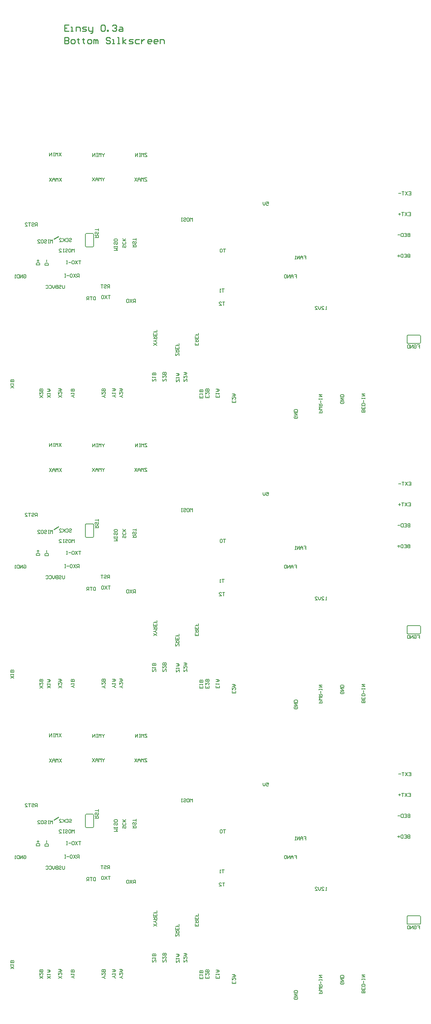
<source format=gbo>
G04 Layer_Color=32896*
%FSLAX24Y24*%
%MOIN*%
G70*
G01*
G75*
%ADD12C,0.0100*%
%ADD138C,0.0060*%
G54D12*
X18600Y107200D02*
X18200D01*
Y106600D01*
X18600D01*
X18200Y106900D02*
X18400D01*
X18800Y106600D02*
X19000D01*
X18900D01*
Y107000D01*
X18800D01*
X19300Y106600D02*
Y107000D01*
X19600D01*
X19700Y106900D01*
Y106600D01*
X19899D02*
X20199D01*
X20299Y106700D01*
X20199Y106800D01*
X19999D01*
X19899Y106900D01*
X19999Y107000D01*
X20299D01*
X20499D02*
Y106700D01*
X20599Y106600D01*
X20899D01*
Y106500D01*
X20799Y106400D01*
X20699D01*
X20899Y106600D02*
Y107000D01*
X21699Y107100D02*
X21799Y107200D01*
X21999D01*
X22099Y107100D01*
Y106700D01*
X21999Y106600D01*
X21799D01*
X21699Y106700D01*
Y107100D01*
X22299Y106600D02*
Y106700D01*
X22399D01*
Y106600D01*
X22299D01*
X22799Y107100D02*
X22898Y107200D01*
X23098D01*
X23198Y107100D01*
Y107000D01*
X23098Y106900D01*
X22998D01*
X23098D01*
X23198Y106800D01*
Y106700D01*
X23098Y106600D01*
X22898D01*
X22799Y106700D01*
X23498Y107000D02*
X23698D01*
X23798Y106900D01*
Y106600D01*
X23498D01*
X23398Y106700D01*
X23498Y106800D01*
X23798D01*
X18200Y106000D02*
Y105400D01*
X18500D01*
X18600Y105500D01*
Y105600D01*
X18500Y105700D01*
X18200D01*
X18500D01*
X18600Y105800D01*
Y105900D01*
X18500Y106000D01*
X18200D01*
X18900Y105400D02*
X19100D01*
X19200Y105500D01*
Y105700D01*
X19100Y105800D01*
X18900D01*
X18800Y105700D01*
Y105500D01*
X18900Y105400D01*
X19500Y105900D02*
Y105800D01*
X19400D01*
X19600D01*
X19500D01*
Y105500D01*
X19600Y105400D01*
X19999Y105900D02*
Y105800D01*
X19899D01*
X20099D01*
X19999D01*
Y105500D01*
X20099Y105400D01*
X20499D02*
X20699D01*
X20799Y105500D01*
Y105700D01*
X20699Y105800D01*
X20499D01*
X20399Y105700D01*
Y105500D01*
X20499Y105400D01*
X20999D02*
Y105800D01*
X21099D01*
X21199Y105700D01*
Y105400D01*
Y105700D01*
X21299Y105800D01*
X21399Y105700D01*
Y105400D01*
X22599Y105900D02*
X22499Y106000D01*
X22299D01*
X22199Y105900D01*
Y105800D01*
X22299Y105700D01*
X22499D01*
X22599Y105600D01*
Y105500D01*
X22499Y105400D01*
X22299D01*
X22199Y105500D01*
X22799Y105400D02*
X22998D01*
X22898D01*
Y105800D01*
X22799D01*
X23298Y105400D02*
X23498D01*
X23398D01*
Y106000D01*
X23298D01*
X23798Y105400D02*
Y106000D01*
Y105600D02*
X24098Y105800D01*
X23798Y105600D02*
X24098Y105400D01*
X24398D02*
X24698D01*
X24798Y105500D01*
X24698Y105600D01*
X24498D01*
X24398Y105700D01*
X24498Y105800D01*
X24798D01*
X25398D02*
X25098D01*
X24998Y105700D01*
Y105500D01*
X25098Y105400D01*
X25398D01*
X25598Y105800D02*
Y105400D01*
Y105600D01*
X25698Y105700D01*
X25798Y105800D01*
X25898D01*
X26497Y105400D02*
X26297D01*
X26197Y105500D01*
Y105700D01*
X26297Y105800D01*
X26497D01*
X26597Y105700D01*
Y105600D01*
X26197D01*
X27097Y105400D02*
X26897D01*
X26797Y105500D01*
Y105700D01*
X26897Y105800D01*
X27097D01*
X27197Y105700D01*
Y105600D01*
X26797D01*
X27397Y105400D02*
Y105800D01*
X27697D01*
X27797Y105700D01*
Y105400D01*
X17169Y30559D02*
X17599Y30819D01*
X17169Y58551D02*
X17599Y58811D01*
X17169Y86543D02*
X17599Y86803D01*
G54D138*
X51329Y21309D02*
X51258Y21279D01*
X51228Y21209D01*
X52529D02*
X52499Y21279D01*
X52428Y21309D01*
Y20508D02*
X52499Y20538D01*
X52529Y20608D01*
X51228D02*
X51258Y20538D01*
X51329Y20508D01*
X20200Y29913D02*
X20230Y29842D01*
X20300Y29813D01*
Y31113D02*
X20230Y31083D01*
X20200Y31013D01*
X21000D02*
X20971Y31083D01*
X20900Y31113D01*
Y29813D02*
X20971Y29842D01*
X21000Y29913D01*
X51329Y20508D02*
X52428D01*
X51228Y20608D02*
Y21209D01*
X52529Y20608D02*
Y21209D01*
X51329Y21309D02*
X52428D01*
X21000Y29913D02*
Y31013D01*
X20300Y29813D02*
X20900D01*
X20300Y31113D02*
X20900D01*
X20200Y29913D02*
Y31013D01*
X27108Y20319D02*
X26788Y20532D01*
X27108D02*
X26788Y20319D01*
X27108Y20638D02*
X27055D01*
X26948Y20745D01*
X27055Y20852D01*
X27108D01*
X26948Y20745D02*
X26788D01*
Y20958D02*
X27108D01*
Y21118D01*
X27055Y21172D01*
X26948D01*
X26895Y21118D01*
Y20958D01*
Y21065D02*
X26788Y21172D01*
X27108Y21491D02*
Y21278D01*
X26788D01*
Y21491D01*
X26948Y21278D02*
Y21385D01*
X27108Y21811D02*
Y21598D01*
X26948D01*
Y21705D01*
Y21598D01*
X26788D01*
X29238Y19339D02*
Y19552D01*
X29185D01*
X28972Y19339D01*
X28918D01*
Y19552D01*
Y19658D02*
X29238D01*
Y19818D01*
X29185Y19872D01*
X29078D01*
X29025Y19818D01*
Y19658D01*
Y19765D02*
X28918Y19872D01*
X29238Y20192D02*
Y19978D01*
X28918D01*
Y20192D01*
X29078Y19978D02*
Y20085D01*
X29238Y20511D02*
Y20298D01*
X29078D01*
Y20405D01*
Y20298D01*
X28918D01*
X31118Y20552D02*
Y20338D01*
X30798D01*
Y20552D01*
X30958Y20338D02*
Y20445D01*
X30798Y20658D02*
X31118D01*
Y20818D01*
X31065Y20872D01*
X30958D01*
X30905Y20818D01*
Y20658D01*
Y20765D02*
X30798Y20872D01*
X31118Y21192D02*
Y20978D01*
X30798D01*
Y21192D01*
X30958Y20978D02*
Y21085D01*
X31118Y21511D02*
Y21298D01*
X30958D01*
Y21405D01*
Y21298D01*
X30798D01*
X16118Y15279D02*
X15798Y15492D01*
X16118D02*
X15798Y15279D01*
Y15812D02*
Y15598D01*
X16012Y15812D01*
X16065D01*
X16118Y15758D01*
Y15652D01*
X16065Y15598D01*
X16118Y15918D02*
X15798D01*
Y16078D01*
X15852Y16132D01*
X15905D01*
X15958Y16078D01*
Y15918D01*
Y16078D01*
X16012Y16132D01*
X16065D01*
X16118Y16078D01*
Y15918D01*
X19148Y15318D02*
X19095D01*
X18988Y15425D01*
X19095Y15532D01*
X19148D01*
X18988Y15425D02*
X18829D01*
Y15638D02*
Y15745D01*
Y15692D01*
X19148D01*
X19095Y15638D01*
X19148Y15905D02*
X18829D01*
Y16065D01*
X18882Y16118D01*
X18935D01*
X18988Y16065D01*
Y15905D01*
Y16065D01*
X19042Y16118D01*
X19095D01*
X19148Y16065D01*
Y15905D01*
X23138Y15338D02*
X23085D01*
X22978Y15445D01*
X23085Y15552D01*
X23138D01*
X22978Y15445D02*
X22819D01*
Y15658D02*
Y15765D01*
Y15712D01*
X23138D01*
X23085Y15658D01*
X22819Y15925D02*
X23032D01*
X23138Y16032D01*
X23032Y16138D01*
X22819D01*
X22978D01*
Y15925D01*
X23818Y15299D02*
X23765D01*
X23658Y15405D01*
X23765Y15512D01*
X23818D01*
X23658Y15405D02*
X23498D01*
Y15832D02*
Y15618D01*
X23712Y15832D01*
X23765D01*
X23818Y15778D01*
Y15672D01*
X23765Y15618D01*
X23498Y15938D02*
X23712D01*
X23818Y16045D01*
X23712Y16152D01*
X23498D01*
X23658D01*
Y15938D01*
X22138Y15299D02*
X22085D01*
X21978Y15405D01*
X22085Y15512D01*
X22138D01*
X21978Y15405D02*
X21818D01*
Y15832D02*
Y15618D01*
X22032Y15832D01*
X22085D01*
X22138Y15778D01*
Y15672D01*
X22085Y15618D01*
X22138Y15938D02*
X21818D01*
Y16098D01*
X21872Y16152D01*
X21925D01*
X21978Y16098D01*
Y15938D01*
Y16098D01*
X22032Y16152D01*
X22085D01*
X22138Y16098D01*
Y15938D01*
X26998Y16868D02*
Y17082D01*
X26945D01*
X26732Y16868D01*
X26679D01*
Y17082D01*
Y17188D02*
Y17295D01*
Y17242D01*
X26998D01*
X26945Y17188D01*
X26998Y17455D02*
X26679D01*
Y17615D01*
X26732Y17668D01*
X26785D01*
X26838Y17615D01*
Y17455D01*
Y17615D01*
X26892Y17668D01*
X26945D01*
X26998Y17615D01*
Y17455D01*
X29288Y16818D02*
Y17032D01*
X29235D01*
X29022Y16818D01*
X28969D01*
Y17032D01*
Y17138D02*
Y17245D01*
Y17192D01*
X29288D01*
X29235Y17138D01*
X28969Y17405D02*
X29182D01*
X29288Y17512D01*
X29182Y17618D01*
X28969D01*
X29128D01*
Y17405D01*
X30018Y16848D02*
Y17062D01*
X29965D01*
X29752Y16848D01*
X29699D01*
Y17062D01*
Y17382D02*
Y17168D01*
X29912Y17382D01*
X29965D01*
X30018Y17328D01*
Y17222D01*
X29965Y17168D01*
X29699Y17488D02*
X29912D01*
X30018Y17595D01*
X29912Y17702D01*
X29699D01*
X29858D01*
Y17488D01*
X28008Y16868D02*
Y17082D01*
X27955D01*
X27742Y16868D01*
X27689D01*
Y17082D01*
Y17402D02*
Y17188D01*
X27902Y17402D01*
X27955D01*
X28008Y17348D01*
Y17242D01*
X27955Y17188D01*
X28008Y17508D02*
X27689D01*
Y17668D01*
X27742Y17722D01*
X27795D01*
X27848Y17668D01*
Y17508D01*
Y17668D01*
X27902Y17722D01*
X27955D01*
X28008Y17668D01*
Y17508D01*
X32128Y15492D02*
Y15279D01*
X31809D01*
Y15492D01*
X31968Y15279D02*
Y15385D01*
X31809Y15812D02*
Y15598D01*
X32022Y15812D01*
X32075D01*
X32128Y15758D01*
Y15652D01*
X32075Y15598D01*
X32128Y15918D02*
X31809D01*
Y16078D01*
X31862Y16132D01*
X31915D01*
X31968Y16078D01*
Y15918D01*
Y16078D01*
X32022Y16132D01*
X32075D01*
X32128Y16078D01*
Y15918D01*
X34698Y15002D02*
Y14789D01*
X34378D01*
Y15002D01*
X34538Y14789D02*
Y14895D01*
X34378Y15322D02*
Y15108D01*
X34592Y15322D01*
X34645D01*
X34698Y15268D01*
Y15162D01*
X34645Y15108D01*
X34378Y15428D02*
X34592D01*
X34698Y15535D01*
X34592Y15642D01*
X34378D01*
X34538D01*
Y15428D01*
X33128Y15512D02*
Y15299D01*
X32808D01*
Y15512D01*
X32968Y15299D02*
Y15405D01*
X32808Y15618D02*
Y15725D01*
Y15672D01*
X33128D01*
X33075Y15618D01*
X32808Y15885D02*
X33022D01*
X33128Y15992D01*
X33022Y16098D01*
X32808D01*
X32968D01*
Y15885D01*
X31548Y15462D02*
Y15249D01*
X31228D01*
Y15462D01*
X31388Y15249D02*
Y15355D01*
X31228Y15568D02*
Y15675D01*
Y15622D01*
X31548D01*
X31495Y15568D01*
X31548Y15835D02*
X31228D01*
Y15995D01*
X31282Y16048D01*
X31335D01*
X31388Y15995D01*
Y15835D01*
Y15995D01*
X31442Y16048D01*
X31495D01*
X31548Y15995D01*
Y15835D01*
X52225Y20368D02*
X52439D01*
Y20208D01*
X52332D01*
X52439D01*
Y20048D01*
X51905Y20315D02*
X51959Y20368D01*
X52065D01*
X52119Y20315D01*
Y20102D01*
X52065Y20048D01*
X51959D01*
X51905Y20102D01*
Y20208D01*
X52012D01*
X51799Y20048D02*
Y20368D01*
X51585Y20048D01*
Y20368D01*
X51479D02*
Y20048D01*
X51319D01*
X51266Y20102D01*
Y20315D01*
X51319Y20368D01*
X51479D01*
X40625Y13482D02*
X40678Y13428D01*
Y13322D01*
X40625Y13269D01*
X40412D01*
X40359Y13322D01*
Y13428D01*
X40412Y13482D01*
X40518D01*
Y13375D01*
X40359Y13588D02*
X40678D01*
X40359Y13802D01*
X40678D01*
Y13908D02*
X40359D01*
Y14068D01*
X40412Y14122D01*
X40625D01*
X40678Y14068D01*
Y13908D01*
X42738Y13819D02*
X43058D01*
Y13978D01*
X43005Y14032D01*
X42898D01*
X42845Y13978D01*
Y13819D01*
X43058Y14138D02*
X42738D01*
X42845Y14245D01*
X42738Y14352D01*
X43058D01*
X42738Y14458D02*
X43058D01*
Y14618D01*
X43005Y14672D01*
X42898D01*
X42845Y14618D01*
Y14458D01*
Y14565D02*
X42738Y14672D01*
X42898Y14778D02*
Y14991D01*
X43058Y15098D02*
Y15205D01*
Y15151D01*
X42738D01*
Y15098D01*
Y15205D01*
Y15365D02*
X43058D01*
X42738Y15578D01*
X43058D01*
X45085Y14932D02*
X45138Y14878D01*
Y14772D01*
X45085Y14719D01*
X44872D01*
X44819Y14772D01*
Y14878D01*
X44872Y14932D01*
X44978D01*
Y14825D01*
X44819Y15038D02*
X45138D01*
X44819Y15252D01*
X45138D01*
Y15358D02*
X44819D01*
Y15518D01*
X44872Y15572D01*
X45085D01*
X45138Y15518D01*
Y15358D01*
X47188Y13879D02*
X46869D01*
Y14038D01*
X46922Y14092D01*
X46975D01*
X47028Y14038D01*
Y13879D01*
Y14038D01*
X47082Y14092D01*
X47135D01*
X47188Y14038D01*
Y13879D01*
Y14412D02*
Y14198D01*
X46869D01*
Y14412D01*
X47028Y14198D02*
Y14305D01*
X47188Y14518D02*
X46869D01*
Y14678D01*
X46922Y14732D01*
X47135D01*
X47188Y14678D01*
Y14518D01*
X47028Y14838D02*
Y15051D01*
X47188Y15158D02*
Y15265D01*
Y15211D01*
X46869D01*
Y15158D01*
Y15265D01*
Y15425D02*
X47188D01*
X46869Y15638D01*
X47188D01*
X43488Y23758D02*
X43382D01*
X43435D01*
Y24078D01*
X43488Y24025D01*
X43009Y23758D02*
X43222D01*
X43009Y23972D01*
Y24025D01*
X43062Y24078D01*
X43169D01*
X43222Y24025D01*
X42902Y24078D02*
Y23865D01*
X42795Y23758D01*
X42689Y23865D01*
Y24078D01*
X42369Y23758D02*
X42582D01*
X42369Y23972D01*
Y24025D01*
X42422Y24078D01*
X42529D01*
X42582Y24025D01*
X40365Y27138D02*
X40578D01*
Y26978D01*
X40472D01*
X40578D01*
Y26818D01*
X40259D02*
Y27032D01*
X40152Y27138D01*
X40045Y27032D01*
Y26818D01*
Y26978D01*
X40259D01*
X39939Y26818D02*
Y27138D01*
X39725Y26818D01*
Y27138D01*
X39619Y27085D02*
X39565Y27138D01*
X39459D01*
X39406Y27085D01*
Y26872D01*
X39459Y26818D01*
X39565D01*
X39619Y26872D01*
Y27085D01*
X41275Y28948D02*
X41488D01*
Y28788D01*
X41382D01*
X41488D01*
Y28628D01*
X41169D02*
Y28842D01*
X41062Y28948D01*
X40955Y28842D01*
Y28628D01*
Y28788D01*
X41169D01*
X40849Y28628D02*
Y28948D01*
X40635Y28628D01*
Y28948D01*
X40529Y28628D02*
X40422D01*
X40476D01*
Y28948D01*
X40529Y28895D01*
X33728Y29618D02*
X33515D01*
X33622D01*
Y29299D01*
X33409Y29565D02*
X33355Y29618D01*
X33249D01*
X33195Y29565D01*
Y29352D01*
X33249Y29299D01*
X33355D01*
X33409Y29352D01*
Y29565D01*
X33598Y25768D02*
X33385D01*
X33492D01*
Y25449D01*
X33279D02*
X33172D01*
X33225D01*
Y25768D01*
X33279Y25715D01*
X33658Y24498D02*
X33445D01*
X33552D01*
Y24179D01*
X33125D02*
X33339D01*
X33125Y24392D01*
Y24445D01*
X33179Y24498D01*
X33285D01*
X33339Y24445D01*
X25038Y24439D02*
Y24758D01*
X24879D01*
X24825Y24705D01*
Y24598D01*
X24879Y24545D01*
X25038D01*
X24932D02*
X24825Y24439D01*
X24719Y24758D02*
X24505Y24439D01*
Y24758D02*
X24719Y24439D01*
X24399Y24705D02*
X24345Y24758D01*
X24239D01*
X24185Y24705D01*
Y24492D01*
X24239Y24439D01*
X24345D01*
X24399Y24492D01*
Y24705D01*
X22619Y25128D02*
X22405D01*
X22512D01*
Y24808D01*
X22299Y25128D02*
X22085Y24808D01*
Y25128D02*
X22299Y24808D01*
X21979Y25075D02*
X21925Y25128D01*
X21819D01*
X21765Y25075D01*
Y24862D01*
X21819Y24808D01*
X21925D01*
X21979Y24862D01*
Y25075D01*
X22548Y25849D02*
Y26168D01*
X22389D01*
X22335Y26115D01*
Y26008D01*
X22389Y25955D01*
X22548D01*
X22442D02*
X22335Y25849D01*
X22015Y26115D02*
X22069Y26168D01*
X22175D01*
X22229Y26115D01*
Y26062D01*
X22175Y26008D01*
X22069D01*
X22015Y25955D01*
Y25902D01*
X22069Y25849D01*
X22175D01*
X22229Y25902D01*
X21909Y26168D02*
X21695D01*
X21802D01*
Y25849D01*
X21188Y25008D02*
Y24688D01*
X21029D01*
X20975Y24742D01*
Y24955D01*
X21029Y25008D01*
X21188D01*
X20869D02*
X20655D01*
X20762D01*
Y24688D01*
X20549D02*
Y25008D01*
X20389D01*
X20335Y24955D01*
Y24848D01*
X20389Y24795D01*
X20549D01*
X20442D02*
X20335Y24688D01*
X19598Y26869D02*
Y27188D01*
X19439D01*
X19385Y27135D01*
Y27028D01*
X19439Y26975D01*
X19598D01*
X19492D02*
X19385Y26869D01*
X19279Y27188D02*
X19065Y26869D01*
Y27188D02*
X19279Y26869D01*
X18959Y27135D02*
X18905Y27188D01*
X18799D01*
X18745Y27135D01*
Y26922D01*
X18799Y26869D01*
X18905D01*
X18959Y26922D01*
Y27135D01*
X18639Y27028D02*
X18426D01*
X18319Y27188D02*
X18212D01*
X18266D01*
Y26869D01*
X18319D01*
X18212D01*
X19769Y28478D02*
X19555D01*
X19662D01*
Y28159D01*
X19449Y28478D02*
X19235Y28159D01*
Y28478D02*
X19449Y28159D01*
X19129Y28425D02*
X19075Y28478D01*
X18969D01*
X18915Y28425D01*
Y28212D01*
X18969Y28159D01*
X19075D01*
X19129Y28212D01*
Y28425D01*
X18809Y28318D02*
X18596D01*
X18489Y28478D02*
X18382D01*
X18436D01*
Y28159D01*
X18489D01*
X18382D01*
X19129Y29288D02*
Y29608D01*
X19022Y29502D01*
X18915Y29608D01*
Y29288D01*
X18649Y29608D02*
X18755D01*
X18809Y29555D01*
Y29342D01*
X18755Y29288D01*
X18649D01*
X18595Y29342D01*
Y29555D01*
X18649Y29608D01*
X18275Y29555D02*
X18329Y29608D01*
X18435D01*
X18489Y29555D01*
Y29502D01*
X18435Y29448D01*
X18329D01*
X18275Y29395D01*
Y29342D01*
X18329Y29288D01*
X18435D01*
X18489Y29342D01*
X18169Y29608D02*
X18062D01*
X18116D01*
Y29288D01*
X18169D01*
X18062D01*
X17689D02*
X17902D01*
X17689Y29502D01*
Y29555D01*
X17742Y29608D01*
X17849D01*
X17902Y29555D01*
X18655Y30575D02*
X18709Y30628D01*
X18815D01*
X18868Y30575D01*
Y30522D01*
X18815Y30468D01*
X18709D01*
X18655Y30415D01*
Y30362D01*
X18709Y30308D01*
X18815D01*
X18868Y30362D01*
X18335Y30575D02*
X18389Y30628D01*
X18495D01*
X18549Y30575D01*
Y30362D01*
X18495Y30308D01*
X18389D01*
X18335Y30362D01*
X18229Y30628D02*
Y30308D01*
Y30415D01*
X18015Y30628D01*
X18175Y30468D01*
X18015Y30308D01*
X17696D02*
X17909D01*
X17696Y30522D01*
Y30575D01*
X17749Y30628D01*
X17855D01*
X17909Y30575D01*
X17059Y30178D02*
Y30498D01*
X16952Y30392D01*
X16845Y30498D01*
Y30178D01*
X16739Y30498D02*
X16632D01*
X16685D01*
Y30178D01*
X16739D01*
X16632D01*
X16259Y30445D02*
X16312Y30498D01*
X16419D01*
X16472Y30445D01*
Y30392D01*
X16419Y30338D01*
X16312D01*
X16259Y30285D01*
Y30232D01*
X16312Y30178D01*
X16419D01*
X16472Y30232D01*
X15992Y30498D02*
X16099D01*
X16152Y30445D01*
Y30232D01*
X16099Y30178D01*
X15992D01*
X15939Y30232D01*
Y30445D01*
X15992Y30498D01*
X15619Y30178D02*
X15832D01*
X15619Y30392D01*
Y30445D01*
X15672Y30498D01*
X15779D01*
X15832Y30445D01*
X21149Y30719D02*
X21468D01*
Y30878D01*
X21415Y30932D01*
X21308D01*
X21255Y30878D01*
Y30719D01*
Y30825D02*
X21149Y30932D01*
X21415Y31252D02*
X21468Y31198D01*
Y31092D01*
X21415Y31038D01*
X21362D01*
X21308Y31092D01*
Y31198D01*
X21255Y31252D01*
X21202D01*
X21149Y31198D01*
Y31092D01*
X21202Y31038D01*
X21468Y31358D02*
Y31572D01*
Y31465D01*
X21149D01*
X15568Y31818D02*
Y32138D01*
X15409D01*
X15355Y32085D01*
Y31978D01*
X15409Y31925D01*
X15568D01*
X15462D02*
X15355Y31818D01*
X15035Y32085D02*
X15089Y32138D01*
X15195D01*
X15249Y32085D01*
Y32032D01*
X15195Y31978D01*
X15089D01*
X15035Y31925D01*
Y31872D01*
X15089Y31818D01*
X15195D01*
X15249Y31872D01*
X14929Y32138D02*
X14715D01*
X14822D01*
Y31818D01*
X14396D02*
X14609D01*
X14396Y32032D01*
Y32085D01*
X14449Y32138D01*
X14555D01*
X14609Y32085D01*
X17879Y38878D02*
X17665Y38558D01*
Y38878D02*
X17879Y38558D01*
X17559D02*
Y38878D01*
X17452Y38772D01*
X17345Y38878D01*
Y38558D01*
X17239Y38878D02*
X17132D01*
X17185D01*
Y38558D01*
X17239D01*
X17132D01*
X16972D02*
Y38878D01*
X16759Y38558D01*
Y38878D01*
X17909Y36448D02*
X17695Y36128D01*
Y36448D02*
X17909Y36128D01*
X17589D02*
Y36448D01*
X17482Y36342D01*
X17375Y36448D01*
Y36128D01*
X17269D02*
Y36342D01*
X17162Y36448D01*
X17055Y36342D01*
Y36128D01*
Y36288D01*
X17269D01*
X16949Y36448D02*
X16736Y36128D01*
Y36448D02*
X16949Y36128D01*
X22039Y38838D02*
Y38785D01*
X21932Y38678D01*
X21825Y38785D01*
Y38838D01*
X21932Y38678D02*
Y38519D01*
X21719D02*
Y38838D01*
X21612Y38732D01*
X21505Y38838D01*
Y38519D01*
X21399Y38838D02*
X21292D01*
X21345D01*
Y38519D01*
X21399D01*
X21292D01*
X21132D02*
Y38838D01*
X20919Y38519D01*
Y38838D01*
X22058Y36478D02*
Y36425D01*
X21952Y36318D01*
X21845Y36425D01*
Y36478D01*
X21952Y36318D02*
Y36158D01*
X21739D02*
Y36478D01*
X21632Y36372D01*
X21525Y36478D01*
Y36158D01*
X21419D02*
Y36372D01*
X21312Y36478D01*
X21205Y36372D01*
Y36158D01*
Y36318D01*
X21419D01*
X21099Y36478D02*
X20886Y36158D01*
Y36478D02*
X21099Y36158D01*
X26158Y38838D02*
X25945D01*
Y38785D01*
X26158Y38572D01*
Y38519D01*
X25945D01*
X25839D02*
Y38838D01*
X25732Y38732D01*
X25625Y38838D01*
Y38519D01*
X25519Y38838D02*
X25412D01*
X25465D01*
Y38519D01*
X25519D01*
X25412D01*
X25252D02*
Y38838D01*
X25039Y38519D01*
Y38838D01*
X26139Y36468D02*
X25925D01*
Y36415D01*
X26139Y36202D01*
Y36149D01*
X25925D01*
X25819D02*
Y36468D01*
X25712Y36362D01*
X25605Y36468D01*
Y36149D01*
X25499D02*
Y36362D01*
X25392Y36468D01*
X25285Y36362D01*
Y36149D01*
Y36308D01*
X25499D01*
X25179Y36468D02*
X24966Y36149D01*
Y36468D02*
X25179Y36149D01*
X22989Y29458D02*
X23308D01*
X23202Y29565D01*
X23308Y29672D01*
X22989D01*
X23308Y29778D02*
Y29885D01*
Y29832D01*
X22989D01*
Y29778D01*
Y29885D01*
X23255Y30258D02*
X23308Y30205D01*
Y30098D01*
X23255Y30045D01*
X23202D01*
X23148Y30098D01*
Y30205D01*
X23095Y30258D01*
X23042D01*
X22989Y30205D01*
Y30098D01*
X23042Y30045D01*
X23308Y30525D02*
Y30418D01*
X23255Y30365D01*
X23042D01*
X22989Y30418D01*
Y30525D01*
X23042Y30578D01*
X23255D01*
X23308Y30525D01*
X24065Y29962D02*
X24118Y29908D01*
Y29802D01*
X24065Y29748D01*
X24012D01*
X23958Y29802D01*
Y29908D01*
X23905Y29962D01*
X23852D01*
X23798Y29908D01*
Y29802D01*
X23852Y29748D01*
X24065Y30282D02*
X24118Y30228D01*
Y30122D01*
X24065Y30068D01*
X23852D01*
X23798Y30122D01*
Y30228D01*
X23852Y30282D01*
X24118Y30388D02*
X23798D01*
X23905D01*
X24118Y30602D01*
X23958Y30442D01*
X23798Y30602D01*
X24778Y29788D02*
X25098D01*
Y29948D01*
X25045Y30002D01*
X24938D01*
X24885Y29948D01*
Y29788D01*
Y29895D02*
X24778Y30002D01*
X25045Y30322D02*
X25098Y30268D01*
Y30162D01*
X25045Y30108D01*
X24992D01*
X24938Y30162D01*
Y30268D01*
X24885Y30322D01*
X24832D01*
X24778Y30268D01*
Y30162D01*
X24832Y30108D01*
X25098Y30428D02*
Y30642D01*
Y30535D01*
X24778D01*
X30538Y32278D02*
Y32598D01*
X30432Y32492D01*
X30325Y32598D01*
Y32278D01*
X30059Y32598D02*
X30165D01*
X30219Y32545D01*
Y32332D01*
X30165Y32278D01*
X30059D01*
X30005Y32332D01*
Y32545D01*
X30059Y32598D01*
X29685Y32545D02*
X29739Y32598D01*
X29845D01*
X29899Y32545D01*
Y32492D01*
X29845Y32438D01*
X29739D01*
X29685Y32385D01*
Y32332D01*
X29739Y32278D01*
X29845D01*
X29899Y32332D01*
X29579Y32598D02*
X29472D01*
X29525D01*
Y32278D01*
X29579D01*
X29472D01*
X37655Y34138D02*
X37868D01*
Y33978D01*
X37762Y34032D01*
X37709D01*
X37655Y33978D01*
Y33872D01*
X37709Y33819D01*
X37815D01*
X37868Y33872D01*
X37549Y34138D02*
Y33925D01*
X37442Y33819D01*
X37335Y33925D01*
Y34138D01*
X15808Y28059D02*
X15489D01*
Y28218D01*
X15542Y28272D01*
X15755D01*
X15808Y28218D01*
Y28059D01*
X15648Y28378D02*
Y28592D01*
X15755Y28485D02*
X15542D01*
X16628Y28038D02*
X16308D01*
Y28198D01*
X16362Y28252D01*
X16575D01*
X16628Y28198D01*
Y28038D01*
X16468Y28358D02*
Y28572D01*
X14255Y27085D02*
X14309Y27138D01*
X14415D01*
X14468Y27085D01*
Y26872D01*
X14415Y26818D01*
X14309D01*
X14255Y26872D01*
Y26978D01*
X14362D01*
X14149Y26818D02*
Y27138D01*
X13935Y26818D01*
Y27138D01*
X13829D02*
Y26818D01*
X13669D01*
X13615Y26872D01*
Y27085D01*
X13669Y27138D01*
X13829D01*
X13509Y26818D02*
X13402D01*
X13455D01*
Y27138D01*
X13509Y27085D01*
X18209Y26118D02*
Y25852D01*
X18155Y25798D01*
X18049D01*
X17995Y25852D01*
Y26118D01*
X17675Y26065D02*
X17729Y26118D01*
X17835D01*
X17889Y26065D01*
Y26012D01*
X17835Y25958D01*
X17729D01*
X17675Y25905D01*
Y25852D01*
X17729Y25798D01*
X17835D01*
X17889Y25852D01*
X17569Y26118D02*
Y25798D01*
X17409D01*
X17355Y25852D01*
Y25905D01*
X17409Y25958D01*
X17569D01*
X17409D01*
X17355Y26012D01*
Y26065D01*
X17409Y26118D01*
X17569D01*
X17249D02*
Y25905D01*
X17142Y25798D01*
X17036Y25905D01*
Y26118D01*
X16716Y26065D02*
X16769Y26118D01*
X16876D01*
X16929Y26065D01*
Y25852D01*
X16876Y25798D01*
X16769D01*
X16716Y25852D01*
X16396Y26065D02*
X16449Y26118D01*
X16556D01*
X16609Y26065D01*
Y25852D01*
X16556Y25798D01*
X16449D01*
X16396Y25852D01*
X51498Y29108D02*
Y28788D01*
X51339D01*
X51285Y28842D01*
Y28895D01*
X51339Y28948D01*
X51498D01*
X51339D01*
X51285Y29002D01*
Y29055D01*
X51339Y29108D01*
X51498D01*
X50965D02*
X51179D01*
Y28788D01*
X50965D01*
X51179Y28948D02*
X51072D01*
X50859Y29108D02*
Y28788D01*
X50699D01*
X50645Y28842D01*
Y29055D01*
X50699Y29108D01*
X50859D01*
X50539Y28948D02*
X50326D01*
X50432Y29055D02*
Y28842D01*
X51508Y31118D02*
Y30798D01*
X51349D01*
X51295Y30852D01*
Y30905D01*
X51349Y30958D01*
X51508D01*
X51349D01*
X51295Y31012D01*
Y31065D01*
X51349Y31118D01*
X51508D01*
X50975D02*
X51189D01*
Y30798D01*
X50975D01*
X51189Y30958D02*
X51082D01*
X50869Y31118D02*
Y30798D01*
X50709D01*
X50655Y30852D01*
Y31065D01*
X50709Y31118D01*
X50869D01*
X50549Y30958D02*
X50336D01*
X51355Y33138D02*
X51568D01*
Y32819D01*
X51355D01*
X51568Y32978D02*
X51462D01*
X51249Y33138D02*
X51035Y32819D01*
Y33138D02*
X51249Y32819D01*
X50929Y33138D02*
X50715D01*
X50822D01*
Y32819D01*
X50609Y32978D02*
X50396D01*
X50502Y33085D02*
Y32872D01*
X51385Y35138D02*
X51599D01*
Y34818D01*
X51385D01*
X51599Y34978D02*
X51492D01*
X51279Y35138D02*
X51065Y34818D01*
Y35138D02*
X51279Y34818D01*
X50959Y35138D02*
X50745D01*
X50852D01*
Y34818D01*
X50639Y34978D02*
X50426D01*
X17928Y15288D02*
X17608Y15502D01*
X17928D02*
X17608Y15288D01*
Y15822D02*
Y15608D01*
X17822Y15822D01*
X17875D01*
X17928Y15768D01*
Y15662D01*
X17875Y15608D01*
X17608Y15928D02*
X17822D01*
X17928Y16035D01*
X17822Y16142D01*
X17608D01*
X17768D01*
Y15928D01*
X16858Y15288D02*
X16538Y15502D01*
X16858D02*
X16538Y15288D01*
Y15608D02*
Y15715D01*
Y15662D01*
X16858D01*
X16805Y15608D01*
X16538Y15875D02*
X16752D01*
X16858Y15982D01*
X16752Y16088D01*
X16538D01*
X16698D01*
Y15875D01*
X13318Y16219D02*
X12998Y16432D01*
X13318D02*
X12998Y16219D01*
Y16538D02*
Y16645D01*
Y16592D01*
X13318D01*
X13265Y16538D01*
X13318Y16805D02*
X12998D01*
Y16965D01*
X13052Y17018D01*
X13105D01*
X13158Y16965D01*
Y16805D01*
Y16965D01*
X13212Y17018D01*
X13265D01*
X13318Y16965D01*
Y16805D01*
X51329Y49301D02*
X51258Y49271D01*
X51228Y49201D01*
X52529D02*
X52499Y49271D01*
X52428Y49301D01*
Y48501D02*
X52499Y48530D01*
X52529Y48601D01*
X51228D02*
X51258Y48530D01*
X51329Y48501D01*
X20200Y57905D02*
X20230Y57834D01*
X20300Y57805D01*
Y59105D02*
X20230Y59075D01*
X20200Y59005D01*
X21000D02*
X20971Y59075D01*
X20900Y59105D01*
Y57805D02*
X20971Y57834D01*
X21000Y57905D01*
X51329Y48501D02*
X52428D01*
X51228Y48601D02*
Y49201D01*
X52529Y48601D02*
Y49201D01*
X51329Y49301D02*
X52428D01*
X21000Y57905D02*
Y59005D01*
X20300Y57805D02*
X20900D01*
X20300Y59105D02*
X20900D01*
X20200Y57905D02*
Y59005D01*
X27108Y48311D02*
X26788Y48524D01*
X27108D02*
X26788Y48311D01*
X27108Y48631D02*
X27055D01*
X26948Y48737D01*
X27055Y48844D01*
X27108D01*
X26948Y48737D02*
X26788D01*
Y48950D02*
X27108D01*
Y49110D01*
X27055Y49164D01*
X26948D01*
X26895Y49110D01*
Y48950D01*
Y49057D02*
X26788Y49164D01*
X27108Y49484D02*
Y49270D01*
X26788D01*
Y49484D01*
X26948Y49270D02*
Y49377D01*
X27108Y49803D02*
Y49590D01*
X26948D01*
Y49697D01*
Y49590D01*
X26788D01*
X29238Y47331D02*
Y47544D01*
X29185D01*
X28972Y47331D01*
X28918D01*
Y47544D01*
Y47651D02*
X29238D01*
Y47810D01*
X29185Y47864D01*
X29078D01*
X29025Y47810D01*
Y47651D01*
Y47757D02*
X28918Y47864D01*
X29238Y48184D02*
Y47970D01*
X28918D01*
Y48184D01*
X29078Y47970D02*
Y48077D01*
X29238Y48504D02*
Y48290D01*
X29078D01*
Y48397D01*
Y48290D01*
X28918D01*
X31118Y48544D02*
Y48331D01*
X30798D01*
Y48544D01*
X30958Y48331D02*
Y48437D01*
X30798Y48651D02*
X31118D01*
Y48810D01*
X31065Y48864D01*
X30958D01*
X30905Y48810D01*
Y48651D01*
Y48757D02*
X30798Y48864D01*
X31118Y49184D02*
Y48970D01*
X30798D01*
Y49184D01*
X30958Y48970D02*
Y49077D01*
X31118Y49504D02*
Y49290D01*
X30958D01*
Y49397D01*
Y49290D01*
X30798D01*
X16118Y43271D02*
X15798Y43484D01*
X16118D02*
X15798Y43271D01*
Y43804D02*
Y43591D01*
X16012Y43804D01*
X16065D01*
X16118Y43750D01*
Y43644D01*
X16065Y43591D01*
X16118Y43910D02*
X15798D01*
Y44070D01*
X15852Y44124D01*
X15905D01*
X15958Y44070D01*
Y43910D01*
Y44070D01*
X16012Y44124D01*
X16065D01*
X16118Y44070D01*
Y43910D01*
X19148Y43311D02*
X19095D01*
X18988Y43417D01*
X19095Y43524D01*
X19148D01*
X18988Y43417D02*
X18829D01*
Y43631D02*
Y43737D01*
Y43684D01*
X19148D01*
X19095Y43631D01*
X19148Y43897D02*
X18829D01*
Y44057D01*
X18882Y44110D01*
X18935D01*
X18988Y44057D01*
Y43897D01*
Y44057D01*
X19042Y44110D01*
X19095D01*
X19148Y44057D01*
Y43897D01*
X23138Y43331D02*
X23085D01*
X22978Y43437D01*
X23085Y43544D01*
X23138D01*
X22978Y43437D02*
X22819D01*
Y43651D02*
Y43757D01*
Y43704D01*
X23138D01*
X23085Y43651D01*
X22819Y43917D02*
X23032D01*
X23138Y44024D01*
X23032Y44130D01*
X22819D01*
X22978D01*
Y43917D01*
X23818Y43291D02*
X23765D01*
X23658Y43397D01*
X23765Y43504D01*
X23818D01*
X23658Y43397D02*
X23498D01*
Y43824D02*
Y43611D01*
X23712Y43824D01*
X23765D01*
X23818Y43770D01*
Y43664D01*
X23765Y43611D01*
X23498Y43930D02*
X23712D01*
X23818Y44037D01*
X23712Y44144D01*
X23498D01*
X23658D01*
Y43930D01*
X22138Y43291D02*
X22085D01*
X21978Y43397D01*
X22085Y43504D01*
X22138D01*
X21978Y43397D02*
X21818D01*
Y43824D02*
Y43611D01*
X22032Y43824D01*
X22085D01*
X22138Y43770D01*
Y43664D01*
X22085Y43611D01*
X22138Y43930D02*
X21818D01*
Y44090D01*
X21872Y44144D01*
X21925D01*
X21978Y44090D01*
Y43930D01*
Y44090D01*
X22032Y44144D01*
X22085D01*
X22138Y44090D01*
Y43930D01*
X26998Y44861D02*
Y45074D01*
X26945D01*
X26732Y44861D01*
X26679D01*
Y45074D01*
Y45181D02*
Y45287D01*
Y45234D01*
X26998D01*
X26945Y45181D01*
X26998Y45447D02*
X26679D01*
Y45607D01*
X26732Y45660D01*
X26785D01*
X26838Y45607D01*
Y45447D01*
Y45607D01*
X26892Y45660D01*
X26945D01*
X26998Y45607D01*
Y45447D01*
X29288Y44811D02*
Y45024D01*
X29235D01*
X29022Y44811D01*
X28969D01*
Y45024D01*
Y45131D02*
Y45237D01*
Y45184D01*
X29288D01*
X29235Y45131D01*
X28969Y45397D02*
X29182D01*
X29288Y45504D01*
X29182Y45610D01*
X28969D01*
X29128D01*
Y45397D01*
X30018Y44841D02*
Y45054D01*
X29965D01*
X29752Y44841D01*
X29699D01*
Y45054D01*
Y45374D02*
Y45161D01*
X29912Y45374D01*
X29965D01*
X30018Y45320D01*
Y45214D01*
X29965Y45161D01*
X29699Y45480D02*
X29912D01*
X30018Y45587D01*
X29912Y45694D01*
X29699D01*
X29858D01*
Y45480D01*
X28008Y44861D02*
Y45074D01*
X27955D01*
X27742Y44861D01*
X27689D01*
Y45074D01*
Y45394D02*
Y45181D01*
X27902Y45394D01*
X27955D01*
X28008Y45340D01*
Y45234D01*
X27955Y45181D01*
X28008Y45500D02*
X27689D01*
Y45660D01*
X27742Y45714D01*
X27795D01*
X27848Y45660D01*
Y45500D01*
Y45660D01*
X27902Y45714D01*
X27955D01*
X28008Y45660D01*
Y45500D01*
X32128Y43484D02*
Y43271D01*
X31809D01*
Y43484D01*
X31968Y43271D02*
Y43377D01*
X31809Y43804D02*
Y43591D01*
X32022Y43804D01*
X32075D01*
X32128Y43750D01*
Y43644D01*
X32075Y43591D01*
X32128Y43910D02*
X31809D01*
Y44070D01*
X31862Y44124D01*
X31915D01*
X31968Y44070D01*
Y43910D01*
Y44070D01*
X32022Y44124D01*
X32075D01*
X32128Y44070D01*
Y43910D01*
X34698Y42994D02*
Y42781D01*
X34378D01*
Y42994D01*
X34538Y42781D02*
Y42887D01*
X34378Y43314D02*
Y43101D01*
X34592Y43314D01*
X34645D01*
X34698Y43260D01*
Y43154D01*
X34645Y43101D01*
X34378Y43420D02*
X34592D01*
X34698Y43527D01*
X34592Y43634D01*
X34378D01*
X34538D01*
Y43420D01*
X33128Y43504D02*
Y43291D01*
X32808D01*
Y43504D01*
X32968Y43291D02*
Y43397D01*
X32808Y43611D02*
Y43717D01*
Y43664D01*
X33128D01*
X33075Y43611D01*
X32808Y43877D02*
X33022D01*
X33128Y43984D01*
X33022Y44090D01*
X32808D01*
X32968D01*
Y43877D01*
X31548Y43454D02*
Y43241D01*
X31228D01*
Y43454D01*
X31388Y43241D02*
Y43347D01*
X31228Y43561D02*
Y43667D01*
Y43614D01*
X31548D01*
X31495Y43561D01*
X31548Y43827D02*
X31228D01*
Y43987D01*
X31282Y44040D01*
X31335D01*
X31388Y43987D01*
Y43827D01*
Y43987D01*
X31442Y44040D01*
X31495D01*
X31548Y43987D01*
Y43827D01*
X52225Y48361D02*
X52439D01*
Y48201D01*
X52332D01*
X52439D01*
Y48041D01*
X51905Y48307D02*
X51959Y48361D01*
X52065D01*
X52119Y48307D01*
Y48094D01*
X52065Y48041D01*
X51959D01*
X51905Y48094D01*
Y48201D01*
X52012D01*
X51799Y48041D02*
Y48361D01*
X51585Y48041D01*
Y48361D01*
X51479D02*
Y48041D01*
X51319D01*
X51266Y48094D01*
Y48307D01*
X51319Y48361D01*
X51479D01*
X40625Y41474D02*
X40678Y41421D01*
Y41314D01*
X40625Y41261D01*
X40412D01*
X40359Y41314D01*
Y41421D01*
X40412Y41474D01*
X40518D01*
Y41367D01*
X40359Y41581D02*
X40678D01*
X40359Y41794D01*
X40678D01*
Y41900D02*
X40359D01*
Y42060D01*
X40412Y42114D01*
X40625D01*
X40678Y42060D01*
Y41900D01*
X42738Y41811D02*
X43058D01*
Y41971D01*
X43005Y42024D01*
X42898D01*
X42845Y41971D01*
Y41811D01*
X43058Y42131D02*
X42738D01*
X42845Y42237D01*
X42738Y42344D01*
X43058D01*
X42738Y42450D02*
X43058D01*
Y42610D01*
X43005Y42664D01*
X42898D01*
X42845Y42610D01*
Y42450D01*
Y42557D02*
X42738Y42664D01*
X42898Y42770D02*
Y42984D01*
X43058Y43090D02*
Y43197D01*
Y43144D01*
X42738D01*
Y43090D01*
Y43197D01*
Y43357D02*
X43058D01*
X42738Y43570D01*
X43058D01*
X45085Y42924D02*
X45138Y42871D01*
Y42764D01*
X45085Y42711D01*
X44872D01*
X44819Y42764D01*
Y42871D01*
X44872Y42924D01*
X44978D01*
Y42817D01*
X44819Y43031D02*
X45138D01*
X44819Y43244D01*
X45138D01*
Y43350D02*
X44819D01*
Y43510D01*
X44872Y43564D01*
X45085D01*
X45138Y43510D01*
Y43350D01*
X47188Y41871D02*
X46869D01*
Y42031D01*
X46922Y42084D01*
X46975D01*
X47028Y42031D01*
Y41871D01*
Y42031D01*
X47082Y42084D01*
X47135D01*
X47188Y42031D01*
Y41871D01*
Y42404D02*
Y42191D01*
X46869D01*
Y42404D01*
X47028Y42191D02*
Y42297D01*
X47188Y42510D02*
X46869D01*
Y42670D01*
X46922Y42724D01*
X47135D01*
X47188Y42670D01*
Y42510D01*
X47028Y42830D02*
Y43044D01*
X47188Y43150D02*
Y43257D01*
Y43204D01*
X46869D01*
Y43150D01*
Y43257D01*
Y43417D02*
X47188D01*
X46869Y43630D01*
X47188D01*
X43488Y51751D02*
X43382D01*
X43435D01*
Y52071D01*
X43488Y52017D01*
X43009Y51751D02*
X43222D01*
X43009Y51964D01*
Y52017D01*
X43062Y52071D01*
X43169D01*
X43222Y52017D01*
X42902Y52071D02*
Y51857D01*
X42795Y51751D01*
X42689Y51857D01*
Y52071D01*
X42369Y51751D02*
X42582D01*
X42369Y51964D01*
Y52017D01*
X42422Y52071D01*
X42529D01*
X42582Y52017D01*
X40365Y55131D02*
X40578D01*
Y54971D01*
X40472D01*
X40578D01*
Y54811D01*
X40259D02*
Y55024D01*
X40152Y55131D01*
X40045Y55024D01*
Y54811D01*
Y54971D01*
X40259D01*
X39939Y54811D02*
Y55131D01*
X39725Y54811D01*
Y55131D01*
X39619Y55077D02*
X39565Y55131D01*
X39459D01*
X39406Y55077D01*
Y54864D01*
X39459Y54811D01*
X39565D01*
X39619Y54864D01*
Y55077D01*
X41275Y56941D02*
X41488D01*
Y56781D01*
X41382D01*
X41488D01*
Y56621D01*
X41169D02*
Y56834D01*
X41062Y56941D01*
X40955Y56834D01*
Y56621D01*
Y56781D01*
X41169D01*
X40849Y56621D02*
Y56941D01*
X40635Y56621D01*
Y56941D01*
X40529Y56621D02*
X40422D01*
X40476D01*
Y56941D01*
X40529Y56887D01*
X33728Y57611D02*
X33515D01*
X33622D01*
Y57291D01*
X33409Y57557D02*
X33355Y57611D01*
X33249D01*
X33195Y57557D01*
Y57344D01*
X33249Y57291D01*
X33355D01*
X33409Y57344D01*
Y57557D01*
X33598Y53761D02*
X33385D01*
X33492D01*
Y53441D01*
X33279D02*
X33172D01*
X33225D01*
Y53761D01*
X33279Y53707D01*
X33658Y52491D02*
X33445D01*
X33552D01*
Y52171D01*
X33125D02*
X33339D01*
X33125Y52384D01*
Y52437D01*
X33179Y52491D01*
X33285D01*
X33339Y52437D01*
X25038Y52431D02*
Y52751D01*
X24879D01*
X24825Y52697D01*
Y52591D01*
X24879Y52537D01*
X25038D01*
X24932D02*
X24825Y52431D01*
X24719Y52751D02*
X24505Y52431D01*
Y52751D02*
X24719Y52431D01*
X24399Y52697D02*
X24345Y52751D01*
X24239D01*
X24185Y52697D01*
Y52484D01*
X24239Y52431D01*
X24345D01*
X24399Y52484D01*
Y52697D01*
X22619Y53121D02*
X22405D01*
X22512D01*
Y52801D01*
X22299Y53121D02*
X22085Y52801D01*
Y53121D02*
X22299Y52801D01*
X21979Y53067D02*
X21925Y53121D01*
X21819D01*
X21765Y53067D01*
Y52854D01*
X21819Y52801D01*
X21925D01*
X21979Y52854D01*
Y53067D01*
X22548Y53841D02*
Y54161D01*
X22389D01*
X22335Y54107D01*
Y54001D01*
X22389Y53947D01*
X22548D01*
X22442D02*
X22335Y53841D01*
X22015Y54107D02*
X22069Y54161D01*
X22175D01*
X22229Y54107D01*
Y54054D01*
X22175Y54001D01*
X22069D01*
X22015Y53947D01*
Y53894D01*
X22069Y53841D01*
X22175D01*
X22229Y53894D01*
X21909Y54161D02*
X21695D01*
X21802D01*
Y53841D01*
X21188Y53001D02*
Y52681D01*
X21029D01*
X20975Y52734D01*
Y52947D01*
X21029Y53001D01*
X21188D01*
X20869D02*
X20655D01*
X20762D01*
Y52681D01*
X20549D02*
Y53001D01*
X20389D01*
X20335Y52947D01*
Y52841D01*
X20389Y52787D01*
X20549D01*
X20442D02*
X20335Y52681D01*
X19598Y54861D02*
Y55181D01*
X19439D01*
X19385Y55127D01*
Y55021D01*
X19439Y54967D01*
X19598D01*
X19492D02*
X19385Y54861D01*
X19279Y55181D02*
X19065Y54861D01*
Y55181D02*
X19279Y54861D01*
X18959Y55127D02*
X18905Y55181D01*
X18799D01*
X18745Y55127D01*
Y54914D01*
X18799Y54861D01*
X18905D01*
X18959Y54914D01*
Y55127D01*
X18639Y55021D02*
X18426D01*
X18319Y55181D02*
X18212D01*
X18266D01*
Y54861D01*
X18319D01*
X18212D01*
X19769Y56471D02*
X19555D01*
X19662D01*
Y56151D01*
X19449Y56471D02*
X19235Y56151D01*
Y56471D02*
X19449Y56151D01*
X19129Y56417D02*
X19075Y56471D01*
X18969D01*
X18915Y56417D01*
Y56204D01*
X18969Y56151D01*
X19075D01*
X19129Y56204D01*
Y56417D01*
X18809Y56311D02*
X18596D01*
X18489Y56471D02*
X18382D01*
X18436D01*
Y56151D01*
X18489D01*
X18382D01*
X19129Y57281D02*
Y57601D01*
X19022Y57494D01*
X18915Y57601D01*
Y57281D01*
X18649Y57601D02*
X18755D01*
X18809Y57547D01*
Y57334D01*
X18755Y57281D01*
X18649D01*
X18595Y57334D01*
Y57547D01*
X18649Y57601D01*
X18275Y57547D02*
X18329Y57601D01*
X18435D01*
X18489Y57547D01*
Y57494D01*
X18435Y57441D01*
X18329D01*
X18275Y57387D01*
Y57334D01*
X18329Y57281D01*
X18435D01*
X18489Y57334D01*
X18169Y57601D02*
X18062D01*
X18116D01*
Y57281D01*
X18169D01*
X18062D01*
X17689D02*
X17902D01*
X17689Y57494D01*
Y57547D01*
X17742Y57601D01*
X17849D01*
X17902Y57547D01*
X18655Y58567D02*
X18709Y58621D01*
X18815D01*
X18868Y58567D01*
Y58514D01*
X18815Y58461D01*
X18709D01*
X18655Y58407D01*
Y58354D01*
X18709Y58301D01*
X18815D01*
X18868Y58354D01*
X18335Y58567D02*
X18389Y58621D01*
X18495D01*
X18549Y58567D01*
Y58354D01*
X18495Y58301D01*
X18389D01*
X18335Y58354D01*
X18229Y58621D02*
Y58301D01*
Y58407D01*
X18015Y58621D01*
X18175Y58461D01*
X18015Y58301D01*
X17696D02*
X17909D01*
X17696Y58514D01*
Y58567D01*
X17749Y58621D01*
X17855D01*
X17909Y58567D01*
X17059Y58171D02*
Y58491D01*
X16952Y58384D01*
X16845Y58491D01*
Y58171D01*
X16739Y58491D02*
X16632D01*
X16685D01*
Y58171D01*
X16739D01*
X16632D01*
X16259Y58437D02*
X16312Y58491D01*
X16419D01*
X16472Y58437D01*
Y58384D01*
X16419Y58331D01*
X16312D01*
X16259Y58277D01*
Y58224D01*
X16312Y58171D01*
X16419D01*
X16472Y58224D01*
X15992Y58491D02*
X16099D01*
X16152Y58437D01*
Y58224D01*
X16099Y58171D01*
X15992D01*
X15939Y58224D01*
Y58437D01*
X15992Y58491D01*
X15619Y58171D02*
X15832D01*
X15619Y58384D01*
Y58437D01*
X15672Y58491D01*
X15779D01*
X15832Y58437D01*
X21149Y58711D02*
X21468D01*
Y58871D01*
X21415Y58924D01*
X21308D01*
X21255Y58871D01*
Y58711D01*
Y58817D02*
X21149Y58924D01*
X21415Y59244D02*
X21468Y59190D01*
Y59084D01*
X21415Y59031D01*
X21362D01*
X21308Y59084D01*
Y59190D01*
X21255Y59244D01*
X21202D01*
X21149Y59190D01*
Y59084D01*
X21202Y59031D01*
X21468Y59350D02*
Y59564D01*
Y59457D01*
X21149D01*
X15568Y59811D02*
Y60131D01*
X15409D01*
X15355Y60077D01*
Y59971D01*
X15409Y59917D01*
X15568D01*
X15462D02*
X15355Y59811D01*
X15035Y60077D02*
X15089Y60131D01*
X15195D01*
X15249Y60077D01*
Y60024D01*
X15195Y59971D01*
X15089D01*
X15035Y59917D01*
Y59864D01*
X15089Y59811D01*
X15195D01*
X15249Y59864D01*
X14929Y60131D02*
X14715D01*
X14822D01*
Y59811D01*
X14396D02*
X14609D01*
X14396Y60024D01*
Y60077D01*
X14449Y60131D01*
X14555D01*
X14609Y60077D01*
X17879Y66871D02*
X17665Y66551D01*
Y66871D02*
X17879Y66551D01*
X17559D02*
Y66871D01*
X17452Y66764D01*
X17345Y66871D01*
Y66551D01*
X17239Y66871D02*
X17132D01*
X17185D01*
Y66551D01*
X17239D01*
X17132D01*
X16972D02*
Y66871D01*
X16759Y66551D01*
Y66871D01*
X17909Y64441D02*
X17695Y64121D01*
Y64441D02*
X17909Y64121D01*
X17589D02*
Y64441D01*
X17482Y64334D01*
X17375Y64441D01*
Y64121D01*
X17269D02*
Y64334D01*
X17162Y64441D01*
X17055Y64334D01*
Y64121D01*
Y64281D01*
X17269D01*
X16949Y64441D02*
X16736Y64121D01*
Y64441D02*
X16949Y64121D01*
X22039Y66831D02*
Y66777D01*
X21932Y66671D01*
X21825Y66777D01*
Y66831D01*
X21932Y66671D02*
Y66511D01*
X21719D02*
Y66831D01*
X21612Y66724D01*
X21505Y66831D01*
Y66511D01*
X21399Y66831D02*
X21292D01*
X21345D01*
Y66511D01*
X21399D01*
X21292D01*
X21132D02*
Y66831D01*
X20919Y66511D01*
Y66831D01*
X22058Y64471D02*
Y64417D01*
X21952Y64311D01*
X21845Y64417D01*
Y64471D01*
X21952Y64311D02*
Y64151D01*
X21739D02*
Y64471D01*
X21632Y64364D01*
X21525Y64471D01*
Y64151D01*
X21419D02*
Y64364D01*
X21312Y64471D01*
X21205Y64364D01*
Y64151D01*
Y64311D01*
X21419D01*
X21099Y64471D02*
X20886Y64151D01*
Y64471D02*
X21099Y64151D01*
X26158Y66831D02*
X25945D01*
Y66777D01*
X26158Y66564D01*
Y66511D01*
X25945D01*
X25839D02*
Y66831D01*
X25732Y66724D01*
X25625Y66831D01*
Y66511D01*
X25519Y66831D02*
X25412D01*
X25465D01*
Y66511D01*
X25519D01*
X25412D01*
X25252D02*
Y66831D01*
X25039Y66511D01*
Y66831D01*
X26139Y64461D02*
X25925D01*
Y64407D01*
X26139Y64194D01*
Y64141D01*
X25925D01*
X25819D02*
Y64461D01*
X25712Y64354D01*
X25605Y64461D01*
Y64141D01*
X25499D02*
Y64354D01*
X25392Y64461D01*
X25285Y64354D01*
Y64141D01*
Y64301D01*
X25499D01*
X25179Y64461D02*
X24966Y64141D01*
Y64461D02*
X25179Y64141D01*
X22989Y57451D02*
X23308D01*
X23202Y57557D01*
X23308Y57664D01*
X22989D01*
X23308Y57771D02*
Y57877D01*
Y57824D01*
X22989D01*
Y57771D01*
Y57877D01*
X23255Y58250D02*
X23308Y58197D01*
Y58090D01*
X23255Y58037D01*
X23202D01*
X23148Y58090D01*
Y58197D01*
X23095Y58250D01*
X23042D01*
X22989Y58197D01*
Y58090D01*
X23042Y58037D01*
X23308Y58517D02*
Y58410D01*
X23255Y58357D01*
X23042D01*
X22989Y58410D01*
Y58517D01*
X23042Y58570D01*
X23255D01*
X23308Y58517D01*
X24065Y57954D02*
X24118Y57901D01*
Y57794D01*
X24065Y57741D01*
X24012D01*
X23958Y57794D01*
Y57901D01*
X23905Y57954D01*
X23852D01*
X23798Y57901D01*
Y57794D01*
X23852Y57741D01*
X24065Y58274D02*
X24118Y58220D01*
Y58114D01*
X24065Y58061D01*
X23852D01*
X23798Y58114D01*
Y58220D01*
X23852Y58274D01*
X24118Y58380D02*
X23798D01*
X23905D01*
X24118Y58594D01*
X23958Y58434D01*
X23798Y58594D01*
X24778Y57781D02*
X25098D01*
Y57941D01*
X25045Y57994D01*
X24938D01*
X24885Y57941D01*
Y57781D01*
Y57887D02*
X24778Y57994D01*
X25045Y58314D02*
X25098Y58260D01*
Y58154D01*
X25045Y58101D01*
X24992D01*
X24938Y58154D01*
Y58260D01*
X24885Y58314D01*
X24832D01*
X24778Y58260D01*
Y58154D01*
X24832Y58101D01*
X25098Y58420D02*
Y58634D01*
Y58527D01*
X24778D01*
X30538Y60271D02*
Y60591D01*
X30432Y60484D01*
X30325Y60591D01*
Y60271D01*
X30059Y60591D02*
X30165D01*
X30219Y60537D01*
Y60324D01*
X30165Y60271D01*
X30059D01*
X30005Y60324D01*
Y60537D01*
X30059Y60591D01*
X29685Y60537D02*
X29739Y60591D01*
X29845D01*
X29899Y60537D01*
Y60484D01*
X29845Y60431D01*
X29739D01*
X29685Y60377D01*
Y60324D01*
X29739Y60271D01*
X29845D01*
X29899Y60324D01*
X29579Y60591D02*
X29472D01*
X29525D01*
Y60271D01*
X29579D01*
X29472D01*
X37655Y62131D02*
X37868D01*
Y61971D01*
X37762Y62024D01*
X37709D01*
X37655Y61971D01*
Y61864D01*
X37709Y61811D01*
X37815D01*
X37868Y61864D01*
X37549Y62131D02*
Y61917D01*
X37442Y61811D01*
X37335Y61917D01*
Y62131D01*
X15808Y56051D02*
X15489D01*
Y56211D01*
X15542Y56264D01*
X15755D01*
X15808Y56211D01*
Y56051D01*
X15648Y56371D02*
Y56584D01*
X15755Y56477D02*
X15542D01*
X16628Y56031D02*
X16308D01*
Y56191D01*
X16362Y56244D01*
X16575D01*
X16628Y56191D01*
Y56031D01*
X16468Y56351D02*
Y56564D01*
X14255Y55077D02*
X14309Y55131D01*
X14415D01*
X14468Y55077D01*
Y54864D01*
X14415Y54811D01*
X14309D01*
X14255Y54864D01*
Y54971D01*
X14362D01*
X14149Y54811D02*
Y55131D01*
X13935Y54811D01*
Y55131D01*
X13829D02*
Y54811D01*
X13669D01*
X13615Y54864D01*
Y55077D01*
X13669Y55131D01*
X13829D01*
X13509Y54811D02*
X13402D01*
X13455D01*
Y55131D01*
X13509Y55077D01*
X18209Y54111D02*
Y53844D01*
X18155Y53791D01*
X18049D01*
X17995Y53844D01*
Y54111D01*
X17675Y54057D02*
X17729Y54111D01*
X17835D01*
X17889Y54057D01*
Y54004D01*
X17835Y53951D01*
X17729D01*
X17675Y53897D01*
Y53844D01*
X17729Y53791D01*
X17835D01*
X17889Y53844D01*
X17569Y54111D02*
Y53791D01*
X17409D01*
X17355Y53844D01*
Y53897D01*
X17409Y53951D01*
X17569D01*
X17409D01*
X17355Y54004D01*
Y54057D01*
X17409Y54111D01*
X17569D01*
X17249D02*
Y53897D01*
X17142Y53791D01*
X17036Y53897D01*
Y54111D01*
X16716Y54057D02*
X16769Y54111D01*
X16876D01*
X16929Y54057D01*
Y53844D01*
X16876Y53791D01*
X16769D01*
X16716Y53844D01*
X16396Y54057D02*
X16449Y54111D01*
X16556D01*
X16609Y54057D01*
Y53844D01*
X16556Y53791D01*
X16449D01*
X16396Y53844D01*
X51498Y57101D02*
Y56781D01*
X51339D01*
X51285Y56834D01*
Y56887D01*
X51339Y56941D01*
X51498D01*
X51339D01*
X51285Y56994D01*
Y57047D01*
X51339Y57101D01*
X51498D01*
X50965D02*
X51179D01*
Y56781D01*
X50965D01*
X51179Y56941D02*
X51072D01*
X50859Y57101D02*
Y56781D01*
X50699D01*
X50645Y56834D01*
Y57047D01*
X50699Y57101D01*
X50859D01*
X50539Y56941D02*
X50326D01*
X50432Y57047D02*
Y56834D01*
X51508Y59111D02*
Y58791D01*
X51349D01*
X51295Y58844D01*
Y58897D01*
X51349Y58951D01*
X51508D01*
X51349D01*
X51295Y59004D01*
Y59057D01*
X51349Y59111D01*
X51508D01*
X50975D02*
X51189D01*
Y58791D01*
X50975D01*
X51189Y58951D02*
X51082D01*
X50869Y59111D02*
Y58791D01*
X50709D01*
X50655Y58844D01*
Y59057D01*
X50709Y59111D01*
X50869D01*
X50549Y58951D02*
X50336D01*
X51355Y61131D02*
X51568D01*
Y60811D01*
X51355D01*
X51568Y60971D02*
X51462D01*
X51249Y61131D02*
X51035Y60811D01*
Y61131D02*
X51249Y60811D01*
X50929Y61131D02*
X50715D01*
X50822D01*
Y60811D01*
X50609Y60971D02*
X50396D01*
X50502Y61077D02*
Y60864D01*
X51385Y63131D02*
X51599D01*
Y62811D01*
X51385D01*
X51599Y62971D02*
X51492D01*
X51279Y63131D02*
X51065Y62811D01*
Y63131D02*
X51279Y62811D01*
X50959Y63131D02*
X50745D01*
X50852D01*
Y62811D01*
X50639Y62971D02*
X50426D01*
X17928Y43281D02*
X17608Y43494D01*
X17928D02*
X17608Y43281D01*
Y43814D02*
Y43601D01*
X17822Y43814D01*
X17875D01*
X17928Y43760D01*
Y43654D01*
X17875Y43601D01*
X17608Y43920D02*
X17822D01*
X17928Y44027D01*
X17822Y44134D01*
X17608D01*
X17768D01*
Y43920D01*
X16858Y43281D02*
X16538Y43494D01*
X16858D02*
X16538Y43281D01*
Y43601D02*
Y43707D01*
Y43654D01*
X16858D01*
X16805Y43601D01*
X16538Y43867D02*
X16752D01*
X16858Y43974D01*
X16752Y44080D01*
X16538D01*
X16698D01*
Y43867D01*
X13318Y44211D02*
X12998Y44424D01*
X13318D02*
X12998Y44211D01*
Y44531D02*
Y44637D01*
Y44584D01*
X13318D01*
X13265Y44531D01*
X13318Y44797D02*
X12998D01*
Y44957D01*
X13052Y45010D01*
X13105D01*
X13158Y44957D01*
Y44797D01*
Y44957D01*
X13212Y45010D01*
X13265D01*
X13318Y44957D01*
Y44797D01*
X51329Y77293D02*
X51258Y77263D01*
X51228Y77193D01*
X52529D02*
X52499Y77263D01*
X52428Y77293D01*
Y76493D02*
X52499Y76522D01*
X52529Y76593D01*
X51228D02*
X51258Y76522D01*
X51329Y76493D01*
X20200Y85897D02*
X20230Y85826D01*
X20300Y85797D01*
Y87097D02*
X20230Y87068D01*
X20200Y86997D01*
X21000D02*
X20971Y87068D01*
X20900Y87097D01*
Y85797D02*
X20971Y85826D01*
X21000Y85897D01*
X51329Y76493D02*
X52428D01*
X51228Y76593D02*
Y77193D01*
X52529Y76593D02*
Y77193D01*
X51329Y77293D02*
X52428D01*
X21000Y85897D02*
Y86997D01*
X20300Y85797D02*
X20900D01*
X20300Y87097D02*
X20900D01*
X20200Y85897D02*
Y86997D01*
X27108Y76303D02*
X26788Y76516D01*
X27108D02*
X26788Y76303D01*
X27108Y76623D02*
X27055D01*
X26948Y76729D01*
X27055Y76836D01*
X27108D01*
X26948Y76729D02*
X26788D01*
Y76943D02*
X27108D01*
Y77102D01*
X27055Y77156D01*
X26948D01*
X26895Y77102D01*
Y76943D01*
Y77049D02*
X26788Y77156D01*
X27108Y77476D02*
Y77262D01*
X26788D01*
Y77476D01*
X26948Y77262D02*
Y77369D01*
X27108Y77796D02*
Y77582D01*
X26948D01*
Y77689D01*
Y77582D01*
X26788D01*
X29238Y75323D02*
Y75536D01*
X29185D01*
X28972Y75323D01*
X28918D01*
Y75536D01*
Y75643D02*
X29238D01*
Y75803D01*
X29185Y75856D01*
X29078D01*
X29025Y75803D01*
Y75643D01*
Y75749D02*
X28918Y75856D01*
X29238Y76176D02*
Y75963D01*
X28918D01*
Y76176D01*
X29078Y75963D02*
Y76069D01*
X29238Y76496D02*
Y76282D01*
X29078D01*
Y76389D01*
Y76282D01*
X28918D01*
X31118Y76536D02*
Y76323D01*
X30798D01*
Y76536D01*
X30958Y76323D02*
Y76429D01*
X30798Y76643D02*
X31118D01*
Y76803D01*
X31065Y76856D01*
X30958D01*
X30905Y76803D01*
Y76643D01*
Y76749D02*
X30798Y76856D01*
X31118Y77176D02*
Y76963D01*
X30798D01*
Y77176D01*
X30958Y76963D02*
Y77069D01*
X31118Y77496D02*
Y77282D01*
X30958D01*
Y77389D01*
Y77282D01*
X30798D01*
X16118Y71263D02*
X15798Y71476D01*
X16118D02*
X15798Y71263D01*
Y71796D02*
Y71583D01*
X16012Y71796D01*
X16065D01*
X16118Y71743D01*
Y71636D01*
X16065Y71583D01*
X16118Y71903D02*
X15798D01*
Y72063D01*
X15852Y72116D01*
X15905D01*
X15958Y72063D01*
Y71903D01*
Y72063D01*
X16012Y72116D01*
X16065D01*
X16118Y72063D01*
Y71903D01*
X19148Y71303D02*
X19095D01*
X18988Y71409D01*
X19095Y71516D01*
X19148D01*
X18988Y71409D02*
X18829D01*
Y71623D02*
Y71729D01*
Y71676D01*
X19148D01*
X19095Y71623D01*
X19148Y71889D02*
X18829D01*
Y72049D01*
X18882Y72102D01*
X18935D01*
X18988Y72049D01*
Y71889D01*
Y72049D01*
X19042Y72102D01*
X19095D01*
X19148Y72049D01*
Y71889D01*
X23138Y71323D02*
X23085D01*
X22978Y71429D01*
X23085Y71536D01*
X23138D01*
X22978Y71429D02*
X22819D01*
Y71643D02*
Y71749D01*
Y71696D01*
X23138D01*
X23085Y71643D01*
X22819Y71909D02*
X23032D01*
X23138Y72016D01*
X23032Y72123D01*
X22819D01*
X22978D01*
Y71909D01*
X23818Y71283D02*
X23765D01*
X23658Y71389D01*
X23765Y71496D01*
X23818D01*
X23658Y71389D02*
X23498D01*
Y71816D02*
Y71603D01*
X23712Y71816D01*
X23765D01*
X23818Y71763D01*
Y71656D01*
X23765Y71603D01*
X23498Y71923D02*
X23712D01*
X23818Y72029D01*
X23712Y72136D01*
X23498D01*
X23658D01*
Y71923D01*
X22138Y71283D02*
X22085D01*
X21978Y71389D01*
X22085Y71496D01*
X22138D01*
X21978Y71389D02*
X21818D01*
Y71816D02*
Y71603D01*
X22032Y71816D01*
X22085D01*
X22138Y71763D01*
Y71656D01*
X22085Y71603D01*
X22138Y71923D02*
X21818D01*
Y72083D01*
X21872Y72136D01*
X21925D01*
X21978Y72083D01*
Y71923D01*
Y72083D01*
X22032Y72136D01*
X22085D01*
X22138Y72083D01*
Y71923D01*
X26998Y72853D02*
Y73066D01*
X26945D01*
X26732Y72853D01*
X26679D01*
Y73066D01*
Y73173D02*
Y73279D01*
Y73226D01*
X26998D01*
X26945Y73173D01*
X26998Y73439D02*
X26679D01*
Y73599D01*
X26732Y73653D01*
X26785D01*
X26838Y73599D01*
Y73439D01*
Y73599D01*
X26892Y73653D01*
X26945D01*
X26998Y73599D01*
Y73439D01*
X29288Y72803D02*
Y73016D01*
X29235D01*
X29022Y72803D01*
X28969D01*
Y73016D01*
Y73123D02*
Y73229D01*
Y73176D01*
X29288D01*
X29235Y73123D01*
X28969Y73389D02*
X29182D01*
X29288Y73496D01*
X29182Y73602D01*
X28969D01*
X29128D01*
Y73389D01*
X30018Y72833D02*
Y73046D01*
X29965D01*
X29752Y72833D01*
X29699D01*
Y73046D01*
Y73366D02*
Y73153D01*
X29912Y73366D01*
X29965D01*
X30018Y73313D01*
Y73206D01*
X29965Y73153D01*
X29699Y73473D02*
X29912D01*
X30018Y73579D01*
X29912Y73686D01*
X29699D01*
X29858D01*
Y73473D01*
X28008Y72853D02*
Y73066D01*
X27955D01*
X27742Y72853D01*
X27689D01*
Y73066D01*
Y73386D02*
Y73173D01*
X27902Y73386D01*
X27955D01*
X28008Y73333D01*
Y73226D01*
X27955Y73173D01*
X28008Y73493D02*
X27689D01*
Y73653D01*
X27742Y73706D01*
X27795D01*
X27848Y73653D01*
Y73493D01*
Y73653D01*
X27902Y73706D01*
X27955D01*
X28008Y73653D01*
Y73493D01*
X32128Y71476D02*
Y71263D01*
X31809D01*
Y71476D01*
X31968Y71263D02*
Y71369D01*
X31809Y71796D02*
Y71583D01*
X32022Y71796D01*
X32075D01*
X32128Y71743D01*
Y71636D01*
X32075Y71583D01*
X32128Y71903D02*
X31809D01*
Y72063D01*
X31862Y72116D01*
X31915D01*
X31968Y72063D01*
Y71903D01*
Y72063D01*
X32022Y72116D01*
X32075D01*
X32128Y72063D01*
Y71903D01*
X34698Y70986D02*
Y70773D01*
X34378D01*
Y70986D01*
X34538Y70773D02*
Y70879D01*
X34378Y71306D02*
Y71093D01*
X34592Y71306D01*
X34645D01*
X34698Y71253D01*
Y71146D01*
X34645Y71093D01*
X34378Y71413D02*
X34592D01*
X34698Y71519D01*
X34592Y71626D01*
X34378D01*
X34538D01*
Y71413D01*
X33128Y71496D02*
Y71283D01*
X32808D01*
Y71496D01*
X32968Y71283D02*
Y71389D01*
X32808Y71603D02*
Y71709D01*
Y71656D01*
X33128D01*
X33075Y71603D01*
X32808Y71869D02*
X33022D01*
X33128Y71976D01*
X33022Y72083D01*
X32808D01*
X32968D01*
Y71869D01*
X31548Y71446D02*
Y71233D01*
X31228D01*
Y71446D01*
X31388Y71233D02*
Y71339D01*
X31228Y71553D02*
Y71659D01*
Y71606D01*
X31548D01*
X31495Y71553D01*
X31548Y71819D02*
X31228D01*
Y71979D01*
X31282Y72032D01*
X31335D01*
X31388Y71979D01*
Y71819D01*
Y71979D01*
X31442Y72032D01*
X31495D01*
X31548Y71979D01*
Y71819D01*
X52225Y76353D02*
X52439D01*
Y76193D01*
X52332D01*
X52439D01*
Y76033D01*
X51905Y76299D02*
X51959Y76353D01*
X52065D01*
X52119Y76299D01*
Y76086D01*
X52065Y76033D01*
X51959D01*
X51905Y76086D01*
Y76193D01*
X52012D01*
X51799Y76033D02*
Y76353D01*
X51585Y76033D01*
Y76353D01*
X51479D02*
Y76033D01*
X51319D01*
X51266Y76086D01*
Y76299D01*
X51319Y76353D01*
X51479D01*
X40625Y69466D02*
X40678Y69413D01*
Y69306D01*
X40625Y69253D01*
X40412D01*
X40359Y69306D01*
Y69413D01*
X40412Y69466D01*
X40518D01*
Y69359D01*
X40359Y69573D02*
X40678D01*
X40359Y69786D01*
X40678D01*
Y69893D02*
X40359D01*
Y70052D01*
X40412Y70106D01*
X40625D01*
X40678Y70052D01*
Y69893D01*
X42738Y69803D02*
X43058D01*
Y69963D01*
X43005Y70016D01*
X42898D01*
X42845Y69963D01*
Y69803D01*
X43058Y70123D02*
X42738D01*
X42845Y70229D01*
X42738Y70336D01*
X43058D01*
X42738Y70443D02*
X43058D01*
Y70602D01*
X43005Y70656D01*
X42898D01*
X42845Y70602D01*
Y70443D01*
Y70549D02*
X42738Y70656D01*
X42898Y70762D02*
Y70976D01*
X43058Y71082D02*
Y71189D01*
Y71136D01*
X42738D01*
Y71082D01*
Y71189D01*
Y71349D02*
X43058D01*
X42738Y71562D01*
X43058D01*
X45085Y70916D02*
X45138Y70863D01*
Y70756D01*
X45085Y70703D01*
X44872D01*
X44819Y70756D01*
Y70863D01*
X44872Y70916D01*
X44978D01*
Y70809D01*
X44819Y71023D02*
X45138D01*
X44819Y71236D01*
X45138D01*
Y71343D02*
X44819D01*
Y71502D01*
X44872Y71556D01*
X45085D01*
X45138Y71502D01*
Y71343D01*
X47188Y69863D02*
X46869D01*
Y70023D01*
X46922Y70076D01*
X46975D01*
X47028Y70023D01*
Y69863D01*
Y70023D01*
X47082Y70076D01*
X47135D01*
X47188Y70023D01*
Y69863D01*
Y70396D02*
Y70183D01*
X46869D01*
Y70396D01*
X47028Y70183D02*
Y70289D01*
X47188Y70503D02*
X46869D01*
Y70662D01*
X46922Y70716D01*
X47135D01*
X47188Y70662D01*
Y70503D01*
X47028Y70822D02*
Y71036D01*
X47188Y71142D02*
Y71249D01*
Y71196D01*
X46869D01*
Y71142D01*
Y71249D01*
Y71409D02*
X47188D01*
X46869Y71622D01*
X47188D01*
X43488Y79743D02*
X43382D01*
X43435D01*
Y80063D01*
X43488Y80009D01*
X43009Y79743D02*
X43222D01*
X43009Y79956D01*
Y80009D01*
X43062Y80063D01*
X43169D01*
X43222Y80009D01*
X42902Y80063D02*
Y79849D01*
X42795Y79743D01*
X42689Y79849D01*
Y80063D01*
X42369Y79743D02*
X42582D01*
X42369Y79956D01*
Y80009D01*
X42422Y80063D01*
X42529D01*
X42582Y80009D01*
X40365Y83123D02*
X40578D01*
Y82963D01*
X40472D01*
X40578D01*
Y82803D01*
X40259D02*
Y83016D01*
X40152Y83123D01*
X40045Y83016D01*
Y82803D01*
Y82963D01*
X40259D01*
X39939Y82803D02*
Y83123D01*
X39725Y82803D01*
Y83123D01*
X39619Y83069D02*
X39565Y83123D01*
X39459D01*
X39406Y83069D01*
Y82856D01*
X39459Y82803D01*
X39565D01*
X39619Y82856D01*
Y83069D01*
X41275Y84933D02*
X41488D01*
Y84773D01*
X41382D01*
X41488D01*
Y84613D01*
X41169D02*
Y84826D01*
X41062Y84933D01*
X40955Y84826D01*
Y84613D01*
Y84773D01*
X41169D01*
X40849Y84613D02*
Y84933D01*
X40635Y84613D01*
Y84933D01*
X40529Y84613D02*
X40422D01*
X40476D01*
Y84933D01*
X40529Y84879D01*
X33728Y85603D02*
X33515D01*
X33622D01*
Y85283D01*
X33409Y85549D02*
X33355Y85603D01*
X33249D01*
X33195Y85549D01*
Y85336D01*
X33249Y85283D01*
X33355D01*
X33409Y85336D01*
Y85549D01*
X33598Y81753D02*
X33385D01*
X33492D01*
Y81433D01*
X33279D02*
X33172D01*
X33225D01*
Y81753D01*
X33279Y81699D01*
X33658Y80483D02*
X33445D01*
X33552D01*
Y80163D01*
X33125D02*
X33339D01*
X33125Y80376D01*
Y80429D01*
X33179Y80483D01*
X33285D01*
X33339Y80429D01*
X25038Y80423D02*
Y80743D01*
X24879D01*
X24825Y80689D01*
Y80583D01*
X24879Y80529D01*
X25038D01*
X24932D02*
X24825Y80423D01*
X24719Y80743D02*
X24505Y80423D01*
Y80743D02*
X24719Y80423D01*
X24399Y80689D02*
X24345Y80743D01*
X24239D01*
X24185Y80689D01*
Y80476D01*
X24239Y80423D01*
X24345D01*
X24399Y80476D01*
Y80689D01*
X22619Y81113D02*
X22405D01*
X22512D01*
Y80793D01*
X22299Y81113D02*
X22085Y80793D01*
Y81113D02*
X22299Y80793D01*
X21979Y81059D02*
X21925Y81113D01*
X21819D01*
X21765Y81059D01*
Y80846D01*
X21819Y80793D01*
X21925D01*
X21979Y80846D01*
Y81059D01*
X22548Y81833D02*
Y82153D01*
X22389D01*
X22335Y82099D01*
Y81993D01*
X22389Y81939D01*
X22548D01*
X22442D02*
X22335Y81833D01*
X22015Y82099D02*
X22069Y82153D01*
X22175D01*
X22229Y82099D01*
Y82046D01*
X22175Y81993D01*
X22069D01*
X22015Y81939D01*
Y81886D01*
X22069Y81833D01*
X22175D01*
X22229Y81886D01*
X21909Y82153D02*
X21695D01*
X21802D01*
Y81833D01*
X21188Y80993D02*
Y80673D01*
X21029D01*
X20975Y80726D01*
Y80939D01*
X21029Y80993D01*
X21188D01*
X20869D02*
X20655D01*
X20762D01*
Y80673D01*
X20549D02*
Y80993D01*
X20389D01*
X20335Y80939D01*
Y80833D01*
X20389Y80779D01*
X20549D01*
X20442D02*
X20335Y80673D01*
X19598Y82853D02*
Y83173D01*
X19439D01*
X19385Y83119D01*
Y83013D01*
X19439Y82959D01*
X19598D01*
X19492D02*
X19385Y82853D01*
X19279Y83173D02*
X19065Y82853D01*
Y83173D02*
X19279Y82853D01*
X18959Y83119D02*
X18905Y83173D01*
X18799D01*
X18745Y83119D01*
Y82906D01*
X18799Y82853D01*
X18905D01*
X18959Y82906D01*
Y83119D01*
X18639Y83013D02*
X18426D01*
X18319Y83173D02*
X18212D01*
X18266D01*
Y82853D01*
X18319D01*
X18212D01*
X19769Y84463D02*
X19555D01*
X19662D01*
Y84143D01*
X19449Y84463D02*
X19235Y84143D01*
Y84463D02*
X19449Y84143D01*
X19129Y84409D02*
X19075Y84463D01*
X18969D01*
X18915Y84409D01*
Y84196D01*
X18969Y84143D01*
X19075D01*
X19129Y84196D01*
Y84409D01*
X18809Y84303D02*
X18596D01*
X18489Y84463D02*
X18382D01*
X18436D01*
Y84143D01*
X18489D01*
X18382D01*
X19129Y85273D02*
Y85593D01*
X19022Y85486D01*
X18915Y85593D01*
Y85273D01*
X18649Y85593D02*
X18755D01*
X18809Y85539D01*
Y85326D01*
X18755Y85273D01*
X18649D01*
X18595Y85326D01*
Y85539D01*
X18649Y85593D01*
X18275Y85539D02*
X18329Y85593D01*
X18435D01*
X18489Y85539D01*
Y85486D01*
X18435Y85433D01*
X18329D01*
X18275Y85379D01*
Y85326D01*
X18329Y85273D01*
X18435D01*
X18489Y85326D01*
X18169Y85593D02*
X18062D01*
X18116D01*
Y85273D01*
X18169D01*
X18062D01*
X17689D02*
X17902D01*
X17689Y85486D01*
Y85539D01*
X17742Y85593D01*
X17849D01*
X17902Y85539D01*
X18655Y86559D02*
X18709Y86613D01*
X18815D01*
X18868Y86559D01*
Y86506D01*
X18815Y86453D01*
X18709D01*
X18655Y86399D01*
Y86346D01*
X18709Y86293D01*
X18815D01*
X18868Y86346D01*
X18335Y86559D02*
X18389Y86613D01*
X18495D01*
X18549Y86559D01*
Y86346D01*
X18495Y86293D01*
X18389D01*
X18335Y86346D01*
X18229Y86613D02*
Y86293D01*
Y86399D01*
X18015Y86613D01*
X18175Y86453D01*
X18015Y86293D01*
X17696D02*
X17909D01*
X17696Y86506D01*
Y86559D01*
X17749Y86613D01*
X17855D01*
X17909Y86559D01*
X17059Y86163D02*
Y86483D01*
X16952Y86376D01*
X16845Y86483D01*
Y86163D01*
X16739Y86483D02*
X16632D01*
X16685D01*
Y86163D01*
X16739D01*
X16632D01*
X16259Y86429D02*
X16312Y86483D01*
X16419D01*
X16472Y86429D01*
Y86376D01*
X16419Y86323D01*
X16312D01*
X16259Y86269D01*
Y86216D01*
X16312Y86163D01*
X16419D01*
X16472Y86216D01*
X15992Y86483D02*
X16099D01*
X16152Y86429D01*
Y86216D01*
X16099Y86163D01*
X15992D01*
X15939Y86216D01*
Y86429D01*
X15992Y86483D01*
X15619Y86163D02*
X15832D01*
X15619Y86376D01*
Y86429D01*
X15672Y86483D01*
X15779D01*
X15832Y86429D01*
X21149Y86703D02*
X21468D01*
Y86863D01*
X21415Y86916D01*
X21308D01*
X21255Y86863D01*
Y86703D01*
Y86809D02*
X21149Y86916D01*
X21415Y87236D02*
X21468Y87183D01*
Y87076D01*
X21415Y87023D01*
X21362D01*
X21308Y87076D01*
Y87183D01*
X21255Y87236D01*
X21202D01*
X21149Y87183D01*
Y87076D01*
X21202Y87023D01*
X21468Y87343D02*
Y87556D01*
Y87449D01*
X21149D01*
X15568Y87803D02*
Y88123D01*
X15409D01*
X15355Y88069D01*
Y87963D01*
X15409Y87909D01*
X15568D01*
X15462D02*
X15355Y87803D01*
X15035Y88069D02*
X15089Y88123D01*
X15195D01*
X15249Y88069D01*
Y88016D01*
X15195Y87963D01*
X15089D01*
X15035Y87909D01*
Y87856D01*
X15089Y87803D01*
X15195D01*
X15249Y87856D01*
X14929Y88123D02*
X14715D01*
X14822D01*
Y87803D01*
X14396D02*
X14609D01*
X14396Y88016D01*
Y88069D01*
X14449Y88123D01*
X14555D01*
X14609Y88069D01*
X17879Y94863D02*
X17665Y94543D01*
Y94863D02*
X17879Y94543D01*
X17559D02*
Y94863D01*
X17452Y94756D01*
X17345Y94863D01*
Y94543D01*
X17239Y94863D02*
X17132D01*
X17185D01*
Y94543D01*
X17239D01*
X17132D01*
X16972D02*
Y94863D01*
X16759Y94543D01*
Y94863D01*
X17909Y92433D02*
X17695Y92113D01*
Y92433D02*
X17909Y92113D01*
X17589D02*
Y92433D01*
X17482Y92326D01*
X17375Y92433D01*
Y92113D01*
X17269D02*
Y92326D01*
X17162Y92433D01*
X17055Y92326D01*
Y92113D01*
Y92273D01*
X17269D01*
X16949Y92433D02*
X16736Y92113D01*
Y92433D02*
X16949Y92113D01*
X22039Y94823D02*
Y94769D01*
X21932Y94663D01*
X21825Y94769D01*
Y94823D01*
X21932Y94663D02*
Y94503D01*
X21719D02*
Y94823D01*
X21612Y94716D01*
X21505Y94823D01*
Y94503D01*
X21399Y94823D02*
X21292D01*
X21345D01*
Y94503D01*
X21399D01*
X21292D01*
X21132D02*
Y94823D01*
X20919Y94503D01*
Y94823D01*
X22058Y92463D02*
Y92409D01*
X21952Y92303D01*
X21845Y92409D01*
Y92463D01*
X21952Y92303D02*
Y92143D01*
X21739D02*
Y92463D01*
X21632Y92356D01*
X21525Y92463D01*
Y92143D01*
X21419D02*
Y92356D01*
X21312Y92463D01*
X21205Y92356D01*
Y92143D01*
Y92303D01*
X21419D01*
X21099Y92463D02*
X20886Y92143D01*
Y92463D02*
X21099Y92143D01*
X26158Y94823D02*
X25945D01*
Y94769D01*
X26158Y94556D01*
Y94503D01*
X25945D01*
X25839D02*
Y94823D01*
X25732Y94716D01*
X25625Y94823D01*
Y94503D01*
X25519Y94823D02*
X25412D01*
X25465D01*
Y94503D01*
X25519D01*
X25412D01*
X25252D02*
Y94823D01*
X25039Y94503D01*
Y94823D01*
X26139Y92453D02*
X25925D01*
Y92399D01*
X26139Y92186D01*
Y92133D01*
X25925D01*
X25819D02*
Y92453D01*
X25712Y92346D01*
X25605Y92453D01*
Y92133D01*
X25499D02*
Y92346D01*
X25392Y92453D01*
X25285Y92346D01*
Y92133D01*
Y92293D01*
X25499D01*
X25179Y92453D02*
X24966Y92133D01*
Y92453D02*
X25179Y92133D01*
X22989Y85443D02*
X23308D01*
X23202Y85549D01*
X23308Y85656D01*
X22989D01*
X23308Y85763D02*
Y85869D01*
Y85816D01*
X22989D01*
Y85763D01*
Y85869D01*
X23255Y86243D02*
X23308Y86189D01*
Y86083D01*
X23255Y86029D01*
X23202D01*
X23148Y86083D01*
Y86189D01*
X23095Y86243D01*
X23042D01*
X22989Y86189D01*
Y86083D01*
X23042Y86029D01*
X23308Y86509D02*
Y86402D01*
X23255Y86349D01*
X23042D01*
X22989Y86402D01*
Y86509D01*
X23042Y86562D01*
X23255D01*
X23308Y86509D01*
X24065Y85946D02*
X24118Y85893D01*
Y85786D01*
X24065Y85733D01*
X24012D01*
X23958Y85786D01*
Y85893D01*
X23905Y85946D01*
X23852D01*
X23798Y85893D01*
Y85786D01*
X23852Y85733D01*
X24065Y86266D02*
X24118Y86213D01*
Y86106D01*
X24065Y86053D01*
X23852D01*
X23798Y86106D01*
Y86213D01*
X23852Y86266D01*
X24118Y86373D02*
X23798D01*
X23905D01*
X24118Y86586D01*
X23958Y86426D01*
X23798Y86586D01*
X24778Y85773D02*
X25098D01*
Y85933D01*
X25045Y85986D01*
X24938D01*
X24885Y85933D01*
Y85773D01*
Y85879D02*
X24778Y85986D01*
X25045Y86306D02*
X25098Y86253D01*
Y86146D01*
X25045Y86093D01*
X24992D01*
X24938Y86146D01*
Y86253D01*
X24885Y86306D01*
X24832D01*
X24778Y86253D01*
Y86146D01*
X24832Y86093D01*
X25098Y86413D02*
Y86626D01*
Y86519D01*
X24778D01*
X30538Y88263D02*
Y88583D01*
X30432Y88476D01*
X30325Y88583D01*
Y88263D01*
X30059Y88583D02*
X30165D01*
X30219Y88529D01*
Y88316D01*
X30165Y88263D01*
X30059D01*
X30005Y88316D01*
Y88529D01*
X30059Y88583D01*
X29685Y88529D02*
X29739Y88583D01*
X29845D01*
X29899Y88529D01*
Y88476D01*
X29845Y88423D01*
X29739D01*
X29685Y88369D01*
Y88316D01*
X29739Y88263D01*
X29845D01*
X29899Y88316D01*
X29579Y88583D02*
X29472D01*
X29525D01*
Y88263D01*
X29579D01*
X29472D01*
X37655Y90123D02*
X37868D01*
Y89963D01*
X37762Y90016D01*
X37709D01*
X37655Y89963D01*
Y89856D01*
X37709Y89803D01*
X37815D01*
X37868Y89856D01*
X37549Y90123D02*
Y89909D01*
X37442Y89803D01*
X37335Y89909D01*
Y90123D01*
X15808Y84043D02*
X15489D01*
Y84203D01*
X15542Y84256D01*
X15755D01*
X15808Y84203D01*
Y84043D01*
X15648Y84363D02*
Y84576D01*
X15755Y84469D02*
X15542D01*
X16628Y84023D02*
X16308D01*
Y84183D01*
X16362Y84236D01*
X16575D01*
X16628Y84183D01*
Y84023D01*
X16468Y84343D02*
Y84556D01*
X14255Y83069D02*
X14309Y83123D01*
X14415D01*
X14468Y83069D01*
Y82856D01*
X14415Y82803D01*
X14309D01*
X14255Y82856D01*
Y82963D01*
X14362D01*
X14149Y82803D02*
Y83123D01*
X13935Y82803D01*
Y83123D01*
X13829D02*
Y82803D01*
X13669D01*
X13615Y82856D01*
Y83069D01*
X13669Y83123D01*
X13829D01*
X13509Y82803D02*
X13402D01*
X13455D01*
Y83123D01*
X13509Y83069D01*
X18209Y82103D02*
Y81836D01*
X18155Y81783D01*
X18049D01*
X17995Y81836D01*
Y82103D01*
X17675Y82049D02*
X17729Y82103D01*
X17835D01*
X17889Y82049D01*
Y81996D01*
X17835Y81943D01*
X17729D01*
X17675Y81889D01*
Y81836D01*
X17729Y81783D01*
X17835D01*
X17889Y81836D01*
X17569Y82103D02*
Y81783D01*
X17409D01*
X17355Y81836D01*
Y81889D01*
X17409Y81943D01*
X17569D01*
X17409D01*
X17355Y81996D01*
Y82049D01*
X17409Y82103D01*
X17569D01*
X17249D02*
Y81889D01*
X17142Y81783D01*
X17036Y81889D01*
Y82103D01*
X16716Y82049D02*
X16769Y82103D01*
X16876D01*
X16929Y82049D01*
Y81836D01*
X16876Y81783D01*
X16769D01*
X16716Y81836D01*
X16396Y82049D02*
X16449Y82103D01*
X16556D01*
X16609Y82049D01*
Y81836D01*
X16556Y81783D01*
X16449D01*
X16396Y81836D01*
X51498Y85093D02*
Y84773D01*
X51339D01*
X51285Y84826D01*
Y84879D01*
X51339Y84933D01*
X51498D01*
X51339D01*
X51285Y84986D01*
Y85039D01*
X51339Y85093D01*
X51498D01*
X50965D02*
X51179D01*
Y84773D01*
X50965D01*
X51179Y84933D02*
X51072D01*
X50859Y85093D02*
Y84773D01*
X50699D01*
X50645Y84826D01*
Y85039D01*
X50699Y85093D01*
X50859D01*
X50539Y84933D02*
X50326D01*
X50432Y85039D02*
Y84826D01*
X51508Y87103D02*
Y86783D01*
X51349D01*
X51295Y86836D01*
Y86889D01*
X51349Y86943D01*
X51508D01*
X51349D01*
X51295Y86996D01*
Y87049D01*
X51349Y87103D01*
X51508D01*
X50975D02*
X51189D01*
Y86783D01*
X50975D01*
X51189Y86943D02*
X51082D01*
X50869Y87103D02*
Y86783D01*
X50709D01*
X50655Y86836D01*
Y87049D01*
X50709Y87103D01*
X50869D01*
X50549Y86943D02*
X50336D01*
X51355Y89123D02*
X51568D01*
Y88803D01*
X51355D01*
X51568Y88963D02*
X51462D01*
X51249Y89123D02*
X51035Y88803D01*
Y89123D02*
X51249Y88803D01*
X50929Y89123D02*
X50715D01*
X50822D01*
Y88803D01*
X50609Y88963D02*
X50396D01*
X50502Y89069D02*
Y88856D01*
X51385Y91123D02*
X51599D01*
Y90803D01*
X51385D01*
X51599Y90963D02*
X51492D01*
X51279Y91123D02*
X51065Y90803D01*
Y91123D02*
X51279Y90803D01*
X50959Y91123D02*
X50745D01*
X50852D01*
Y90803D01*
X50639Y90963D02*
X50426D01*
X17928Y71273D02*
X17608Y71486D01*
X17928D02*
X17608Y71273D01*
Y71806D02*
Y71593D01*
X17822Y71806D01*
X17875D01*
X17928Y71753D01*
Y71646D01*
X17875Y71593D01*
X17608Y71913D02*
X17822D01*
X17928Y72019D01*
X17822Y72126D01*
X17608D01*
X17768D01*
Y71913D01*
X16858Y71273D02*
X16538Y71486D01*
X16858D02*
X16538Y71273D01*
Y71593D02*
Y71699D01*
Y71646D01*
X16858D01*
X16805Y71593D01*
X16538Y71859D02*
X16752D01*
X16858Y71966D01*
X16752Y72073D01*
X16538D01*
X16698D01*
Y71859D01*
X13318Y72203D02*
X12998Y72416D01*
X13318D02*
X12998Y72203D01*
Y72523D02*
Y72629D01*
Y72576D01*
X13318D01*
X13265Y72523D01*
X13318Y72789D02*
X12998D01*
Y72949D01*
X13052Y73003D01*
X13105D01*
X13158Y72949D01*
Y72789D01*
Y72949D01*
X13212Y73003D01*
X13265D01*
X13318Y72949D01*
Y72789D01*
M02*

</source>
